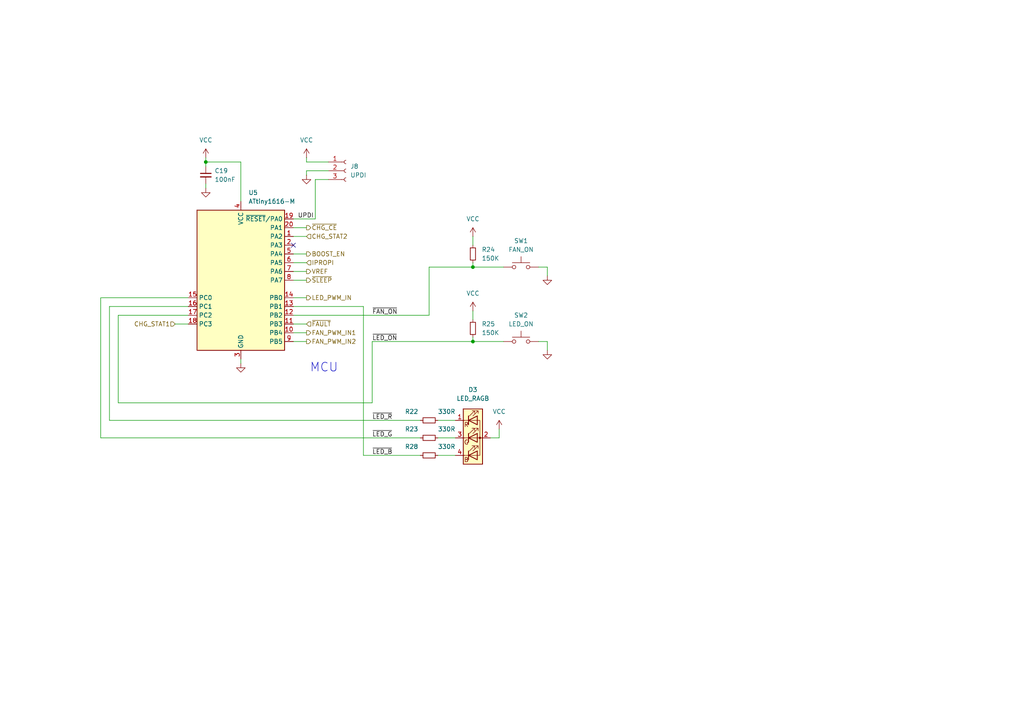
<source format=kicad_sch>
(kicad_sch (version 20231120) (generator "eeschema") (generator_version "8.0")
  (paper "A4")
  (title_block (title "LED Fan Controller") (date "2024-07-28") (rev "1") (company "Sleepy Pony Labs"))
  (lib_symbols
    (symbol "Connector:Conn_01x03_Socket" (pin_names (offset 1.016) hide)
      (property "Reference" "J" (at 0 5.08 0))
      (property "Value" "Conn_01x03_Socket" (at 0 -5.08 0))
      (symbol "Conn_01x03_Socket_1_1"
        (arc (start 0 -2.032) (mid -0.5058 -2.54) (end 0 -3.048) (stroke (width 0.1524)))
        (polyline (pts (xy -1.27 -2.54) (xy -0.508 -2.54)) (stroke (width 0.1524)))
        (polyline (pts (xy -1.27 0) (xy -0.508 0)) (stroke (width 0.1524)))
        (polyline (pts (xy -1.27 2.54) (xy -0.508 2.54)) (stroke (width 0.1524)))
        (arc (start 0 0.508) (mid -0.5058 0) (end 0 -0.508) (stroke (width 0.1524)))
        (arc (start 0 3.048) (mid -0.5058 2.54) (end 0 2.032) (stroke (width 0.1524)))
        (pin passive line (at -5.08 2.54 0) (length 3.81) (name "Pin_1") (number "1"))
        (pin passive line (at -5.08 0 0) (length 3.81) (name "Pin_2") (number "2"))
        (pin passive line (at -5.08 -2.54 0) (length 3.81) (name "Pin_3") (number "3"))
      )
    )
    (symbol "Device:C_Small" (pin_numbers hide) (pin_names (offset 0.254) hide)
      (property "Reference" "C" (at 0.254 1.778 0))
      (property "Value" "C_Small" (at 0.254 -2.032 0))
      (symbol "C_Small_0_1"
        (polyline (pts (xy -1.524 -0.508) (xy 1.524 -0.508)) (stroke (width 0.3302)))
        (polyline (pts (xy -1.524 0.508) (xy 1.524 0.508)) (stroke (width 0.3048)))
      )
      (symbol "C_Small_1_1"
        (pin passive line (at 0 2.54 270) (length 2.032) (name "~") (number "1"))
        (pin passive line (at 0 -2.54 90) (length 2.032) (name "~") (number "2"))
      )
    )
    (symbol "Device:LED_RAGB" (pin_names (offset 0) hide)
      (property "Reference" "D" (at 0 9.398 0))
      (property "Value" "LED_RAGB" (at 0 -8.89 0))
      (symbol "LED_RAGB_0_0"
        (text "B" (at -1.905 -6.35 0) (effects (font (size 1.27 1.27))))
        (text "G" (at -1.905 -1.27 0) (effects (font (size 1.27 1.27))))
        (text "R" (at -1.905 3.81 0) (effects (font (size 1.27 1.27))))
      )
      (symbol "LED_RAGB_0_1"
        (polyline (pts (xy -1.27 -5.08) (xy -2.54 -5.08)))
        (polyline (pts (xy -1.27 -5.08) (xy 1.27 -5.08)))
        (polyline (pts (xy -1.27 -3.81) (xy -1.27 -6.35)) (stroke (width 0.254)))
        (polyline (pts (xy -1.27 0) (xy -2.54 0)))
        (polyline (pts (xy -1.27 1.27) (xy -1.27 -1.27)) (stroke (width 0.254)))
        (polyline (pts (xy -1.27 5.08) (xy -2.54 5.08)))
        (polyline (pts (xy -1.27 5.08) (xy 1.27 5.08)))
        (polyline (pts (xy -1.27 6.35) (xy -1.27 3.81)) (stroke (width 0.254)))
        (polyline (pts (xy 1.27 0) (xy -1.27 0)))
        (polyline (pts (xy 1.27 0) (xy 2.54 0)))
        (polyline (pts (xy -1.27 1.27) (xy -1.27 -1.27) (xy -1.27 -1.27)))
        (polyline (pts (xy -1.27 6.35) (xy -1.27 3.81) (xy -1.27 3.81)))
        (polyline (pts (xy 1.27 -5.08) (xy 2.032 -5.08) (xy 2.032 5.08) (xy 1.27 5.08)))
        (polyline (pts (xy 1.27 -3.81) (xy 1.27 -6.35) (xy -1.27 -5.08) (xy 1.27 -3.81)) (stroke (width 0.254)))
        (polyline (pts (xy 1.27 1.27) (xy 1.27 -1.27) (xy -1.27 0) (xy 1.27 1.27)) (stroke (width 0.254)))
        (polyline (pts (xy 1.27 6.35) (xy 1.27 3.81) (xy -1.27 5.08) (xy 1.27 6.35)) (stroke (width 0.254)))
        (polyline (pts (xy -1.016 -3.81) (xy 0.508 -2.286) (xy -0.254 -2.286) (xy 0.508 -2.286) (xy 0.508 -3.048)))
        (polyline (pts (xy -1.016 1.27) (xy 0.508 2.794) (xy -0.254 2.794) (xy 0.508 2.794) (xy 0.508 2.032)))
        (polyline (pts (xy -1.016 6.35) (xy 0.508 7.874) (xy -0.254 7.874) (xy 0.508 7.874) (xy 0.508 7.112)))
        (polyline (pts (xy 0 -3.81) (xy 1.524 -2.286) (xy 0.762 -2.286) (xy 1.524 -2.286) (xy 1.524 -3.048)))
        (polyline (pts (xy 0 1.27) (xy 1.524 2.794) (xy 0.762 2.794) (xy 1.524 2.794) (xy 1.524 2.032)))
        (polyline (pts (xy 0 6.35) (xy 1.524 7.874) (xy 0.762 7.874) (xy 1.524 7.874) (xy 1.524 7.112)))
        (rectangle (start 1.27 -1.27) (end 1.27 1.27))
        (rectangle (start 1.27 1.27) (end 1.27 1.27))
        (rectangle (start 1.27 3.81) (end 1.27 6.35))
        (rectangle (start 1.27 6.35) (end 1.27 6.35))
        (circle (center 2.032 0) (radius 0.254) (fill (type outline)))
        (rectangle (start 2.794 8.382) (end -2.794 -7.62) (stroke (width 0.254)) (fill (type background)))
      )
      (symbol "LED_RAGB_1_1"
        (pin passive line (at -5.08 5.08 0) (length 2.54) (name "RK") (number "1"))
        (pin passive line (at 5.08 0 180) (length 2.54) (name "A") (number "2"))
        (pin passive line (at -5.08 0 0) (length 2.54) (name "GK") (number "3"))
        (pin passive line (at -5.08 -5.08 0) (length 2.54) (name "BK") (number "4"))
      )
    )
    (symbol "Device:R_Small" (pin_numbers hide) (pin_names (offset 0.254) hide)
      (property "Reference" "R" (at 0.762 0.508 0))
      (property "Value" "R_Small" (at 0.762 -1.016 0))
      (symbol "R_Small_0_1"
        (rectangle (start -0.762 1.778) (end 0.762 -1.778) (stroke (width 0.2032)))
      )
      (symbol "R_Small_1_1"
        (pin passive line (at 0 2.54 270) (length 0.762) (name "~") (number "1"))
        (pin passive line (at 0 -2.54 90) (length 0.762) (name "~") (number "2"))
      )
    )
    (symbol "MCU_Microchip_ATtiny:ATtiny1616-M"
      (property "Reference" "U" (at -12.7 21.59 0))
      (property "Value" "ATtiny1616-M" (at 2.54 -21.59 0))
      (symbol "ATtiny1616-M_0_1"
        (rectangle (start -12.7 -20.32) (end 12.7 20.32) (stroke (width 0.254)) (fill (type background)))
      )
      (symbol "ATtiny1616-M_1_1"
        (pin bidirectional line (at 15.24 12.7 180) (length 2.54) (name "PA2") (number "1"))
        (pin bidirectional line (at 15.24 -15.24 180) (length 2.54) (name "PB4") (number "10"))
        (pin bidirectional line (at 15.24 -12.7 180) (length 2.54) (name "PB3") (number "11"))
        (pin bidirectional line (at 15.24 -10.16 180) (length 2.54) (name "PB2") (number "12"))
        (pin bidirectional line (at 15.24 -7.62 180) (length 2.54) (name "PB1") (number "13"))
        (pin bidirectional line (at 15.24 -5.08 180) (length 2.54) (name "PB0") (number "14"))
        (pin bidirectional line (at -15.24 -5.08 0) (length 2.54) (name "PC0") (number "15"))
        (pin bidirectional line (at -15.24 -7.62 0) (length 2.54) (name "PC1") (number "16"))
        (pin bidirectional line (at -15.24 -10.16 0) (length 2.54) (name "PC2") (number "17"))
        (pin bidirectional line (at -15.24 -12.7 0) (length 2.54) (name "PC3") (number "18"))
        (pin bidirectional line (at 15.24 17.78 180) (length 2.54) (name "~{RESET}/PA0") (number "19"))
        (pin bidirectional line (at 15.24 10.16 180) (length 2.54) (name "PA3") (number "2"))
        (pin bidirectional line (at 15.24 15.24 180) (length 2.54) (name "PA1") (number "20"))
        (pin passive line (at 0 -22.86 90) (length 2.54) hide (name "GND") (number "21"))
        (pin power_in line (at 0 -22.86 90) (length 2.54) (name "GND") (number "3"))
        (pin power_in line (at 0 22.86 270) (length 2.54) (name "VCC") (number "4"))
        (pin bidirectional line (at 15.24 7.62 180) (length 2.54) (name "PA4") (number "5"))
        (pin bidirectional line (at 15.24 5.08 180) (length 2.54) (name "PA5") (number "6"))
        (pin bidirectional line (at 15.24 2.54 180) (length 2.54) (name "PA6") (number "7"))
        (pin bidirectional line (at 15.24 0 180) (length 2.54) (name "PA7") (number "8"))
        (pin bidirectional line (at 15.24 -17.78 180) (length 2.54) (name "PB5") (number "9"))
      )
    )
    (symbol "Switch:SW_Push" (pin_numbers hide) (pin_names (offset 1.016) hide)
      (property "Reference" "SW" (at 1.27 2.54 0))
      (property "Value" "SW_Push" (at 0 -1.524 0))
      (symbol "SW_Push_0_1"
        (circle (center -2.032 0) (radius 0.508))
        (polyline (pts (xy 0 1.27) (xy 0 3.048)))
        (polyline (pts (xy 2.54 1.27) (xy -2.54 1.27)))
        (circle (center 2.032 0) (radius 0.508))
        (pin passive line (at -5.08 0 0) (length 2.54) (name "1") (number "1"))
        (pin passive line (at 5.08 0 180) (length 2.54) (name "2") (number "2"))
      )
    )
    (symbol "power:GND" (power) (pin_numbers hide) (pin_names (offset 0) hide)
      (property "Value" "GND" (at 0 -3.81 0))
      (symbol "GND_0_1"
        (polyline (pts (xy 0 0) (xy 0 -1.27) (xy 1.27 -1.27) (xy 0 -2.54) (xy -1.27 -1.27) (xy 0 -1.27)))
      )
      (symbol "GND_1_1"
        (pin power_in line (at 0 0 270) (length 0) (name "~") (number "1"))
      )
    )
    (symbol "power:VCC" (power) (pin_numbers hide) (pin_names (offset 0) hide)
      (property "Value" "VCC" (at 0 3.556 0))
      (symbol "VCC_0_1"
        (polyline (pts (xy -0.762 1.27) (xy 0 2.54)))
        (polyline (pts (xy 0 0) (xy 0 2.54)))
        (polyline (pts (xy 0 2.54) (xy 0.762 1.27)))
      )
      (symbol "VCC_1_1"
        (pin power_in line (at 0 0 90) (length 0) (name "~") (number "1"))
      )
    )
  )
  (junction (at 137.16 77.47))
  (junction (at 137.16 99.06))
  (junction (at 59.69 46.99))
  (no_connect (at 85.09 71.12))
  (wire (pts (xy 88.9 46.99) (xy 95.25 46.99)))
  (wire (pts (xy 85.09 78.74) (xy 88.9 78.74)))
  (wire (pts (xy 29.21 127) (xy 29.21 86.36)))
  (wire (pts (xy 144.78 127) (xy 144.78 124.46)))
  (wire (pts (xy 91.44 63.5) (xy 91.44 52.07)))
  (wire (pts (xy 124.46 77.47) (xy 124.46 91.44)))
  (wire (pts (xy 146.05 99.06) (xy 137.16 99.06)))
  (wire (pts (xy 127 121.92) (xy 132.08 121.92)))
  (wire (pts (xy 29.21 127) (xy 121.92 127)))
  (wire (pts (xy 88.9 49.53) (xy 95.25 49.53)))
  (wire (pts (xy 59.69 46.99) (xy 59.69 48.26)))
  (wire (pts (xy 105.41 88.9) (xy 105.41 132.08)))
  (wire (pts (xy 85.09 88.9) (xy 105.41 88.9)))
  (wire (pts (xy 31.75 88.9) (xy 54.61 88.9)))
  (wire (pts (xy 34.29 116.84) (xy 34.29 91.44)))
  (wire (pts (xy 50.8 93.98) (xy 54.61 93.98)))
  (wire (pts (xy 85.09 81.28) (xy 88.9 81.28)))
  (wire (pts (xy 29.21 86.36) (xy 54.61 86.36)))
  (wire (pts (xy 85.09 93.98) (xy 88.9 93.98)))
  (wire (pts (xy 69.85 46.99) (xy 59.69 46.99)))
  (wire (pts (xy 127 127) (xy 132.08 127)))
  (wire (pts (xy 158.75 77.47) (xy 158.75 80.01)))
  (wire (pts (xy 85.09 73.66) (xy 88.9 73.66)))
  (wire (pts (xy 88.9 50.8) (xy 88.9 49.53)))
  (wire (pts (xy 158.75 99.06) (xy 158.75 101.6)))
  (wire (pts (xy 137.16 77.47) (xy 137.16 76.2)))
  (wire (pts (xy 124.46 77.47) (xy 137.16 77.47)))
  (wire (pts (xy 137.16 99.06) (xy 137.16 97.79)))
  (wire (pts (xy 127 132.08) (xy 132.08 132.08)))
  (wire (pts (xy 91.44 52.07) (xy 95.25 52.07)))
  (wire (pts (xy 107.95 99.06) (xy 137.16 99.06)))
  (wire (pts (xy 137.16 68.58) (xy 137.16 71.12)))
  (wire (pts (xy 69.85 58.42) (xy 69.85 46.99)))
  (wire (pts (xy 85.09 68.58) (xy 88.9 68.58)))
  (wire (pts (xy 156.21 77.47) (xy 158.75 77.47)))
  (wire (pts (xy 31.75 121.92) (xy 121.92 121.92)))
  (wire (pts (xy 107.95 99.06) (xy 107.95 116.84)))
  (wire (pts (xy 85.09 91.44) (xy 124.46 91.44)))
  (wire (pts (xy 105.41 132.08) (xy 121.92 132.08)))
  (wire (pts (xy 156.21 99.06) (xy 158.75 99.06)))
  (wire (pts (xy 107.95 116.84) (xy 34.29 116.84)))
  (wire (pts (xy 85.09 86.36) (xy 88.9 86.36)))
  (wire (pts (xy 88.9 45.72) (xy 88.9 46.99)))
  (wire (pts (xy 69.85 104.14) (xy 69.85 105.41)))
  (wire (pts (xy 85.09 76.2) (xy 88.9 76.2)))
  (wire (pts (xy 85.09 66.04) (xy 88.9 66.04)))
  (wire (pts (xy 31.75 121.92) (xy 31.75 88.9)))
  (wire (pts (xy 137.16 90.17) (xy 137.16 92.71)))
  (wire (pts (xy 146.05 77.47) (xy 137.16 77.47)))
  (wire (pts (xy 34.29 91.44) (xy 54.61 91.44)))
  (wire (pts (xy 85.09 99.06) (xy 88.9 99.06)))
  (wire (pts (xy 59.69 45.72) (xy 59.69 46.99)))
  (wire (pts (xy 59.69 53.34) (xy 59.69 54.61)))
  (wire (pts (xy 85.09 96.52) (xy 88.9 96.52)))
  (wire (pts (xy 142.24 127) (xy 144.78 127)))
  (wire (pts (xy 85.09 63.5) (xy 91.44 63.5)))
  (text "MCU" (at 93.98 106.68 0) (effects (font (size 2.54 2.54))))
  (label "~{FAN_ON}" (at 107.95 91.44 0))
  (label "~{LED_B}" (at 107.95 132.08 0))
  (label "~{LED_R}" (at 107.95 121.92 0))
  (label "~{LED_G}" (at 107.95 127 0))
  (label "UPDI" (at 86.36 63.5 0))
  (label "~{LED_ON}" (at 107.95 99.06 0))
  (hierarchical_label "CHG_STAT2" (shape input) (at 88.9 68.58 0))
  (hierarchical_label "BOOST_EN" (shape output) (at 88.9 73.66 0))
  (hierarchical_label "IPROPI" (shape input) (at 88.9 76.2 0))
  (hierarchical_label "~{FAULT}" (shape input) (at 88.9 93.98 0))
  (hierarchical_label "~{CHG_CE}" (shape output) (at 88.9 66.04 0))
  (hierarchical_label "VREF" (shape output) (at 88.9 78.74 0))
  (hierarchical_label "~{SLEEP}" (shape output) (at 88.9 81.28 0))
  (hierarchical_label "LED_PWM_IN" (shape output) (at 88.9 86.36 0))
  (hierarchical_label "FAN_PWM_IN2" (shape output) (at 88.9 99.06 0))
  (hierarchical_label "FAN_PWM_IN1" (shape output) (at 88.9 96.52 0))
  (hierarchical_label "CHG_STAT1" (shape input) (at 50.8 93.98 180))
  (symbol (lib_id "Device:R_Small") (at 124.46 121.92 90) (unit 1)
    (property "Reference" "R22" (at 119.38 119.38 90))
    (property "Value" "330R" (at 129.54 119.38 90))
    (property "Footprint" "Resistor_SMD:R_0603_1608Metric" (effects (hide yes)))
    (property "Description" "Resistor, small symbol" (effects (hide yes)))
  )
  (symbol (lib_id "power:GND") (at 59.69 54.61 0) (unit 1)
    (property "Reference" "#PWR037" (effects (hide yes)))
    (property "Value" "GND" (effects (hide yes)))
    (property "Description" "Power symbol creates a global label with name \"GND\" , ground" (effects (hide yes)))
  )
  (symbol (lib_id "power:VCC") (at 59.69 45.72 0) (unit 1)
    (property "Reference" "#PWR036" (effects (hide yes)))
    (property "Value" "VCC" (at 59.69 40.64 0))
    (property "Description" "Power symbol creates a global label with name \"VCC\"" (effects (hide yes)))
  )
  (symbol (lib_id "Device:R_Small") (at 137.16 95.25 0) (unit 1)
    (property "Reference" "R25" (at 139.7 93.9799 0) (effects (justify left)))
    (property "Value" "150K" (at 139.7 96.5199 0) (effects (justify left)))
    (property "Footprint" "Resistor_SMD:R_0603_1608Metric" (effects (hide yes)))
    (property "Description" "Resistor, small symbol" (effects (hide yes)))
  )
  (symbol (lib_id "Device:LED_RAGB") (at 137.16 127 0) (unit 1)
    (property "Reference" "D3" (at 137.16 113.03 0))
    (property "Value" "LED_RAGB" (at 137.16 115.57 0))
    (property "Footprint" "LED_THT:LED_D5.0mm-4_RGB_Wide_Pins" (effects (hide yes)))
    (property "Description" "RGB LED, red/anode/green/blue" (effects (hide yes)))
  )
  (symbol (lib_id "power:GND") (at 88.9 50.8 0) (unit 1)
    (property "Reference" "#PWR040" (effects (hide yes)))
    (property "Value" "GND" (effects (hide yes)))
    (property "Description" "Power symbol creates a global label with name \"GND\" , ground" (effects (hide yes)))
  )
  (symbol (lib_id "Device:R_Small") (at 124.46 127 90) (unit 1)
    (property "Reference" "R23" (at 119.38 124.46 90))
    (property "Value" "330R" (at 129.54 124.46 90))
    (property "Footprint" "Resistor_SMD:R_0603_1608Metric" (effects (hide yes)))
    (property "Description" "Resistor, small symbol" (effects (hide yes)))
  )
  (symbol (lib_id "power:VCC") (at 144.78 124.46 0) (unit 1)
    (property "Reference" "#PWR039" (effects (hide yes)))
    (property "Value" "VCC" (at 144.78 119.38 0))
    (property "Description" "Power symbol creates a global label with name \"VCC\"" (effects (hide yes)))
  )
  (symbol (lib_id "Switch:SW_Push") (at 151.13 99.06 0) (unit 1)
    (property "Reference" "SW2" (at 151.13 91.44 0))
    (property "Value" "LED_ON" (at 151.13 93.98 0))
    (property "Footprint" "Button_Switch_THT:SW_PUSH_6mm" (effects (hide yes)))
    (property "Description" "Push button switch, generic, two pins" (effects (hide yes)))
  )
  (symbol (lib_id "Device:C_Small") (at 59.69 50.8 0) (unit 1)
    (property "Reference" "C19" (at 62.23 49.5362 0) (effects (justify left)))
    (property "Value" "100nF" (at 62.23 52.0762 0) (effects (justify left)))
    (property "Footprint" "Capacitor_SMD:C_0603_1608Metric" (effects (hide yes)))
    (property "Description" "Unpolarized capacitor, small symbol" (effects (hide yes)))
  )
  (symbol (lib_id "power:GND") (at 69.85 105.41 0) (unit 1)
    (property "Reference" "#PWR038" (effects (hide yes)))
    (property "Value" "GND" (effects (hide yes)))
    (property "Description" "Power symbol creates a global label with name \"GND\" , ground" (effects (hide yes)))
  )
  (symbol (lib_id "Device:R_Small") (at 124.46 132.08 90) (unit 1)
    (property "Reference" "R28" (at 119.38 129.54 90))
    (property "Value" "330R" (at 129.54 129.54 90))
    (property "Footprint" "Resistor_SMD:R_0603_1608Metric" (effects (hide yes)))
    (property "Description" "Resistor, small symbol" (effects (hide yes)))
  )
  (symbol (lib_id "power:VCC") (at 137.16 68.58 0) (unit 1)
    (property "Reference" "#PWR042" (effects (hide yes)))
    (property "Value" "VCC" (at 137.16 63.5 0))
    (property "Description" "Power symbol creates a global label with name \"VCC\"" (effects (hide yes)))
  )
  (symbol (lib_id "MCU_Microchip_ATtiny:ATtiny1616-M") (at 69.85 81.28 0) (unit 1)
    (property "Reference" "U5" (at 72.0441 55.88 0) (effects (justify left)))
    (property "Value" "ATtiny1616-M" (at 72.0441 58.42 0) (effects (justify left)))
    (property "Footprint" "Package_DFN_QFN:VQFN-20-1EP_3x3mm_P0.4mm_EP1.7x1.7mm" (effects (hide yes)))
    (property "Datasheet" "http://ww1.microchip.com/downloads/en/DeviceDoc/ATtiny3216_ATtiny1616-data-sheet-40001997B.pdf" (effects (hide yes)))
    (property "Description" "20MHz, 16kB Flash, 2kB SRAM, 256B EEPROM, VQFN-20" (effects (hide yes)))
  )
  (symbol (lib_id "power:GND") (at 158.75 101.6 0) (unit 1)
    (property "Reference" "#PWR045" (effects (hide yes)))
    (property "Value" "GND" (effects (hide yes)))
    (property "Description" "Power symbol creates a global label with name \"GND\" , ground" (effects (hide yes)))
  )
  (symbol (lib_id "Device:R_Small") (at 137.16 73.66 0) (unit 1)
    (property "Reference" "R24" (at 139.7 72.3899 0) (effects (justify left)))
    (property "Value" "150K" (at 139.7 74.9299 0) (effects (justify left)))
    (property "Footprint" "Resistor_SMD:R_0603_1608Metric" (effects (hide yes)))
    (property "Description" "Resistor, small symbol" (effects (hide yes)))
  )
  (symbol (lib_id "Switch:SW_Push") (at 151.13 77.47 0) (unit 1)
    (property "Reference" "SW1" (at 151.13 69.85 0))
    (property "Value" "FAN_ON" (at 151.13 72.39 0))
    (property "Footprint" "Button_Switch_THT:SW_PUSH_6mm" (effects (hide yes)))
    (property "Description" "Push button switch, generic, two pins" (effects (hide yes)))
  )
  (symbol (lib_id "Connector:Conn_01x03_Socket") (at 100.33 49.53 0) (unit 1)
    (property "Reference" "J8" (at 101.6 48.2599 0) (effects (justify left)))
    (property "Value" "UPDI" (at 101.6 50.7999 0) (effects (justify left)))
    (property "Footprint" "Connector_PinHeader_2.54mm:PinHeader_1x03_P2.54mm_Vertical" (effects (hide yes)))
    (property "Description" "Generic connector, single row, 01x03, script generated" (effects (hide yes)))
  )
  (symbol (lib_id "power:GND") (at 158.75 80.01 0) (unit 1)
    (property "Reference" "#PWR044" (effects (hide yes)))
    (property "Value" "GND" (effects (hide yes)))
    (property "Description" "Power symbol creates a global label with name \"GND\" , ground" (effects (hide yes)))
  )
  (symbol (lib_id "power:VCC") (at 137.16 90.17 0) (unit 1)
    (property "Reference" "#PWR043" (effects (hide yes)))
    (property "Value" "VCC" (at 137.16 85.09 0))
    (property "Description" "Power symbol creates a global label with name \"VCC\"" (effects (hide yes)))
  )
  (symbol (lib_id "power:VCC") (at 88.9 45.72 0) (unit 1)
    (property "Reference" "#PWR041" (effects (hide yes)))
    (property "Value" "VCC" (at 88.9 40.64 0))
    (property "Description" "Power symbol creates a global label with name \"VCC\"" (effects (hide yes)))
  )
)
</source>
